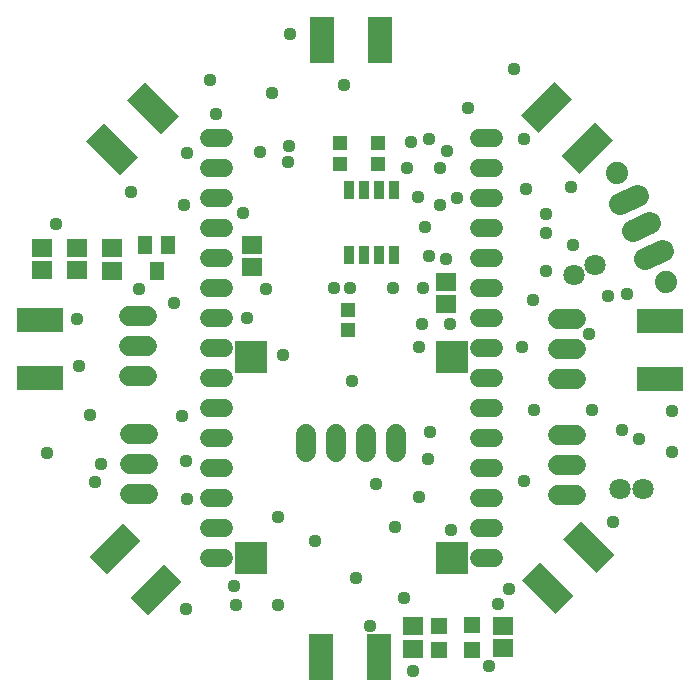
<source format=gbr>
G04 EAGLE Gerber RS-274X export*
G75*
%MOMM*%
%FSLAX34Y34*%
%LPD*%
%INSoldermask Top*%
%IPPOS*%
%AMOC8*
5,1,8,0,0,1.08239X$1,22.5*%
G01*
%ADD10C,1.727200*%
%ADD11R,2.133600X4.013200*%
%ADD12R,4.013200X2.133600*%
%ADD13C,1.511200*%
%ADD14R,2.743200X2.743200*%
%ADD15C,1.803200*%
%ADD16R,1.703200X1.503200*%
%ADD17R,0.903200X1.503200*%
%ADD18R,1.303200X1.203200*%
%ADD19R,1.203200X1.303200*%
%ADD20R,1.403200X1.403200*%
%ADD21C,1.853200*%
%ADD22C,1.879600*%
%ADD23R,1.203200X1.603200*%
%ADD24C,1.117600*%


D10*
X-65989Y322686D02*
X-50749Y322686D01*
X-50749Y297286D02*
X-65989Y297286D01*
X-65989Y271886D02*
X-50749Y271886D01*
X296418Y269566D02*
X311658Y269566D01*
X311658Y294966D02*
X296418Y294966D01*
X296418Y320366D02*
X311658Y320366D01*
X83869Y222654D02*
X83869Y207414D01*
X109269Y207414D02*
X109269Y222654D01*
X134669Y222654D02*
X134669Y207414D01*
X160069Y207414D02*
X160069Y222654D01*
X-50673Y171953D02*
X-65913Y171953D01*
X-65913Y197353D02*
X-50673Y197353D01*
X-50673Y222753D02*
X-65913Y222753D01*
X296880Y171100D02*
X312120Y171100D01*
X312120Y196500D02*
X296880Y196500D01*
X296880Y221900D02*
X312120Y221900D01*
D11*
X96765Y556736D03*
X145787Y556736D03*
D12*
G36*
X265177Y493059D02*
X293554Y521436D01*
X308641Y506349D01*
X280264Y477972D01*
X265177Y493059D01*
G37*
G36*
X299841Y458396D02*
X328218Y486773D01*
X343305Y471686D01*
X314928Y443309D01*
X299841Y458396D01*
G37*
X382884Y318460D03*
X382884Y269438D03*
G36*
X316125Y148998D02*
X344502Y120621D01*
X329415Y105534D01*
X301038Y133911D01*
X316125Y148998D01*
G37*
G36*
X281462Y114334D02*
X309839Y85957D01*
X294752Y70870D01*
X266375Y99247D01*
X281462Y114334D01*
G37*
D11*
X145218Y34449D03*
X96196Y34449D03*
D12*
G36*
X-22083Y97779D02*
X-50460Y69402D01*
X-65547Y84489D01*
X-37170Y112866D01*
X-22083Y97779D01*
G37*
G36*
X-56747Y132443D02*
X-85124Y104066D01*
X-100211Y119153D01*
X-71834Y147530D01*
X-56747Y132443D01*
G37*
X-141441Y270707D03*
X-141441Y319729D03*
G36*
X-74035Y442334D02*
X-102412Y470711D01*
X-87325Y485798D01*
X-58948Y457421D01*
X-74035Y442334D01*
G37*
G36*
X-39371Y476998D02*
X-67748Y505375D01*
X-52661Y520462D01*
X-24284Y492085D01*
X-39371Y476998D01*
G37*
D13*
X966Y473201D02*
X14046Y473201D01*
X14046Y447801D02*
X966Y447801D01*
X966Y422401D02*
X14046Y422401D01*
X14046Y397001D02*
X966Y397001D01*
X966Y371601D02*
X14046Y371601D01*
X14046Y346201D02*
X966Y346201D01*
X966Y320801D02*
X14046Y320801D01*
X14046Y295401D02*
X966Y295401D01*
X966Y270001D02*
X14046Y270001D01*
X14046Y244601D02*
X966Y244601D01*
X966Y219201D02*
X14046Y219201D01*
X14046Y193801D02*
X966Y193801D01*
X966Y168401D02*
X14046Y168401D01*
X14046Y143001D02*
X966Y143001D01*
X966Y117601D02*
X14046Y117601D01*
X229566Y473201D02*
X242646Y473201D01*
X242646Y447801D02*
X229566Y447801D01*
X229566Y422401D02*
X242646Y422401D01*
X242646Y397001D02*
X229566Y397001D01*
X229566Y371601D02*
X242646Y371601D01*
X242646Y346201D02*
X229566Y346201D01*
X229566Y320801D02*
X242646Y320801D01*
X242646Y295401D02*
X229566Y295401D01*
X229566Y270001D02*
X242646Y270001D01*
X242646Y244601D02*
X229566Y244601D01*
X229566Y219201D02*
X242646Y219201D01*
X242646Y193801D02*
X229566Y193801D01*
X229566Y168401D02*
X242646Y168401D01*
X242646Y143001D02*
X229566Y143001D01*
X229566Y117601D02*
X242646Y117601D01*
D14*
X36740Y118157D03*
X36740Y288337D03*
X206920Y118157D03*
X206920Y288337D03*
D15*
X310329Y357684D03*
X328499Y366042D03*
D16*
X37457Y383056D03*
X37457Y364056D03*
X-80420Y361060D03*
X-80420Y380060D03*
X-110270Y380770D03*
X-110270Y361770D03*
X-140380Y380670D03*
X-140380Y361670D03*
D17*
X144850Y374500D03*
X157550Y374500D03*
X132150Y374500D03*
X119450Y374500D03*
X144850Y429500D03*
X157550Y429500D03*
X132150Y429500D03*
X119450Y429500D03*
D16*
X173928Y60086D03*
X173928Y41086D03*
X249900Y60700D03*
X249900Y41700D03*
D18*
X144500Y469000D03*
X144500Y452000D03*
D19*
X119000Y328000D03*
X119000Y311000D03*
X112500Y452000D03*
X112500Y469000D03*
D20*
X195911Y39768D03*
X195911Y60768D03*
X224300Y39900D03*
X224300Y60900D03*
D21*
X370247Y371368D02*
X385321Y378079D01*
X374989Y401283D02*
X359916Y394572D01*
X349585Y417776D02*
X364658Y424487D01*
D22*
X388115Y351519D03*
X346790Y444335D03*
D23*
X-43000Y361000D03*
X-52500Y383000D03*
X-33500Y383000D03*
D16*
X201700Y351800D03*
X201700Y332800D03*
D15*
X369100Y176600D03*
X349100Y176600D03*
D24*
X159000Y144000D03*
X142900Y180500D03*
X206500Y142000D03*
X245700Y79300D03*
X255500Y92000D03*
X59500Y152500D03*
X205300Y316300D03*
X269500Y430500D03*
X178900Y296300D03*
X-95500Y182500D03*
X-18000Y200000D03*
X-108400Y280200D03*
X-99800Y238900D03*
X-58100Y345900D03*
X-20200Y417100D03*
X-17000Y461000D03*
X323300Y307900D03*
X326000Y243400D03*
X276200Y243100D03*
X393500Y242800D03*
X178000Y424000D03*
X169000Y448000D03*
X54500Y512000D03*
X267800Y472400D03*
X259600Y531600D03*
X2500Y522500D03*
X287000Y360600D03*
X220200Y498800D03*
X181300Y315800D03*
X-65000Y428000D03*
X122000Y267500D03*
X-16900Y168100D03*
X70000Y562000D03*
X-128100Y401100D03*
X343000Y148500D03*
X393400Y207800D03*
X211500Y422500D03*
X308200Y432100D03*
X172700Y470300D03*
X268200Y183000D03*
X29900Y409900D03*
X351400Y226100D03*
X91000Y132000D03*
X-135500Y207000D03*
X68000Y453000D03*
X184500Y398000D03*
X33500Y321000D03*
X266600Y296300D03*
X276000Y336500D03*
X179000Y169500D03*
X126000Y101000D03*
X59500Y78000D03*
X24500Y78000D03*
X-18500Y74500D03*
X355000Y341500D03*
X49200Y345700D03*
X173900Y22200D03*
X137600Y60800D03*
X202200Y370800D03*
X309700Y382700D03*
X238400Y26500D03*
X365000Y219000D03*
X64000Y290000D03*
X-90000Y197500D03*
X69000Y466500D03*
X107500Y346500D03*
X22500Y94300D03*
X7500Y493500D03*
X44500Y462000D03*
X196500Y448000D03*
X196500Y416500D03*
X-21500Y238000D03*
X187500Y473000D03*
X-28500Y333500D03*
X202500Y463000D03*
X188500Y224500D03*
X186500Y201500D03*
X-110100Y320100D03*
X166500Y84000D03*
X115400Y518300D03*
X182600Y346700D03*
X120500Y346500D03*
X157500Y346500D03*
X339200Y340184D03*
X286500Y409500D03*
X187500Y373500D03*
X286800Y393500D03*
M02*

</source>
